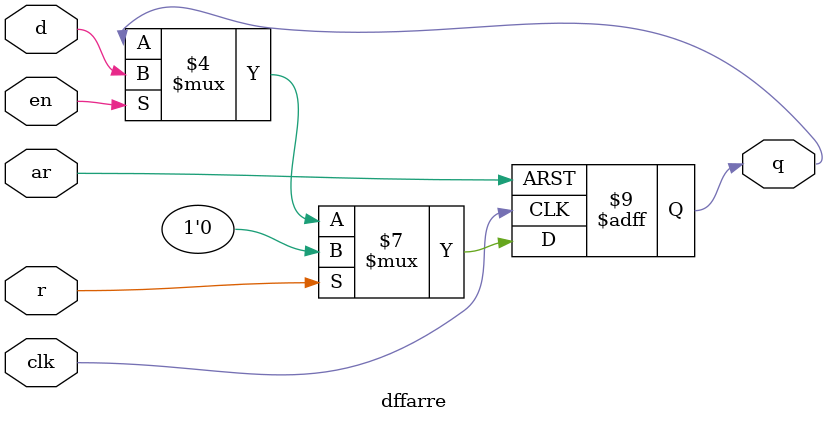
<source format=v>
module dffarre #(parameter WIDTH = 1) (
    input clk,
    input ar,
    input r,
    input en,
    input [WIDTH-1:0] d,
    output reg [WIDTH-1:0] q
);

    always @(posedge clk or negedge ar)
        if (~ar)
            q <= {WIDTH{1'b0}};
        else if (r)
            q <= {WIDTH{1'b0}};
        else if (en)
            q <= d;
        else
            q <= q;

endmodule

</source>
